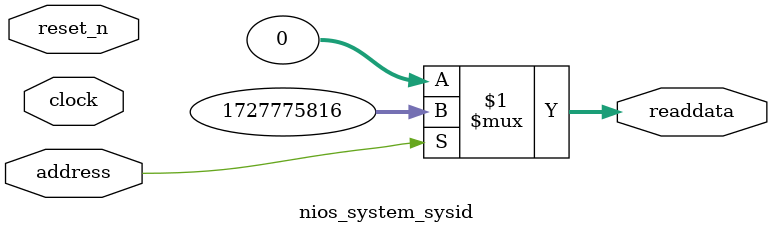
<source format=v>



// synthesis translate_off
`timescale 1ns / 1ps
// synthesis translate_on

// turn off superfluous verilog processor warnings 
// altera message_level Level1 
// altera message_off 10034 10035 10036 10037 10230 10240 10030 

module nios_system_sysid (
               // inputs:
                address,
                clock,
                reset_n,

               // outputs:
                readdata
             )
;

  output  [ 31: 0] readdata;
  input            address;
  input            clock;
  input            reset_n;

  wire    [ 31: 0] readdata;
  //control_slave, which is an e_avalon_slave
  assign readdata = address ? 1727775816 : 0;

endmodule



</source>
